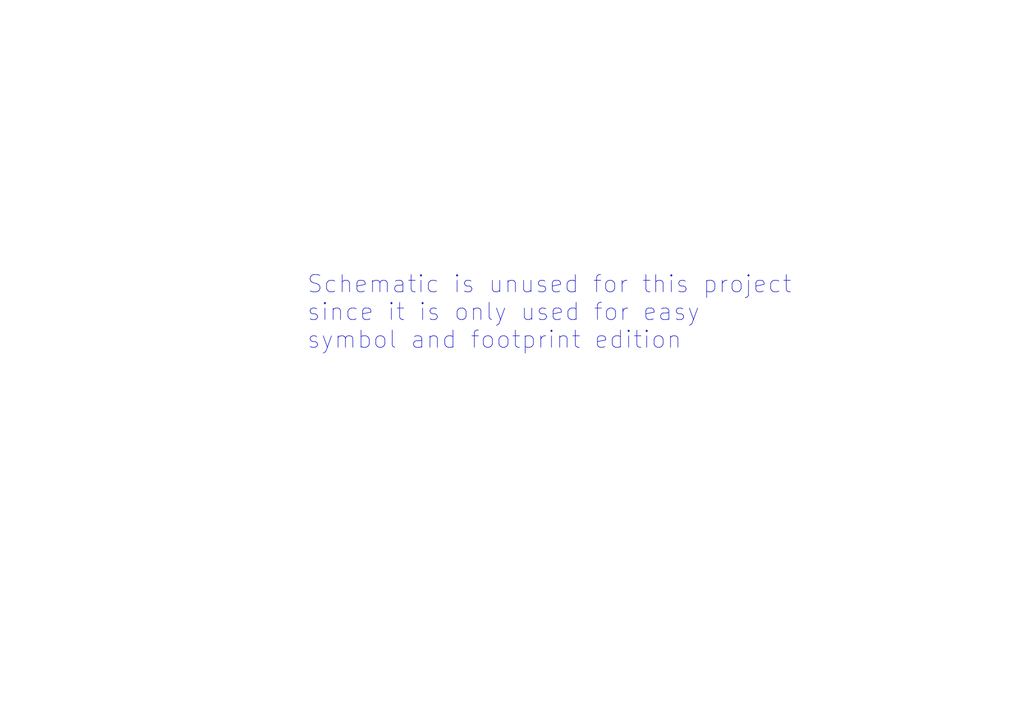
<source format=kicad_sch>
(kicad_sch (version 20211123) (generator eeschema)
  (paper "A4")
  (lib_symbols)
  (text "Schematic is unused for this project\nsince it is only used for easy\nsymbol and footprint edition" (at 88.9 101.6 0) (effects (font (size 5 5)) (justify left bottom)))
)
</source>
